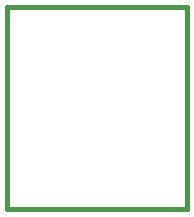
<source format=gbr>
G04 #@! TF.GenerationSoftware,KiCad,Pcbnew,5.1.6-c6e7f7d~87~ubuntu19.10.1*
G04 #@! TF.CreationDate,2022-03-31T19:51:44+06:00*
G04 #@! TF.ProjectId,potentiometer_board_18_1x17_r1a,706f7465-6e74-4696-9f6d-657465725f62,1A*
G04 #@! TF.SameCoordinates,Original*
G04 #@! TF.FileFunction,Profile,NP*
%FSLAX46Y46*%
G04 Gerber Fmt 4.6, Leading zero omitted, Abs format (unit mm)*
G04 Created by KiCad (PCBNEW 5.1.6-c6e7f7d~87~ubuntu19.10.1) date 2022-03-31 19:51:44*
%MOMM*%
%LPD*%
G01*
G04 APERTURE LIST*
G04 #@! TA.AperFunction,Profile*
%ADD10C,0.400000*%
G04 #@! TD*
G04 APERTURE END LIST*
D10*
X113030000Y-140335000D02*
X113030000Y-157480000D01*
X97790000Y-140335000D02*
X97790000Y-157480000D01*
X97790000Y-157480000D02*
X113030000Y-157480000D01*
X97790000Y-140335000D02*
X113030000Y-140335000D01*
M02*

</source>
